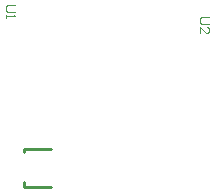
<source format=gm1>
G04*
G04 #@! TF.GenerationSoftware,Altium Limited,Altium Designer,18.1.9 (240)*
G04*
G04 Layer_Color=16711935*
%FSLAX25Y25*%
%MOIN*%
G70*
G01*
G75*
%ADD13C,0.01000*%
%ADD15C,0.00394*%
D13*
X279917Y262500D02*
Y263500D01*
X288917D01*
X279917Y251000D02*
Y252500D01*
Y251000D02*
X288917D01*
D15*
X341649Y307500D02*
X339025D01*
X338500Y306975D01*
Y305926D01*
X339025Y305401D01*
X341649D01*
X338500Y302252D02*
Y304351D01*
X340599Y302252D01*
X341124D01*
X341649Y302777D01*
Y303827D01*
X341124Y304351D01*
X277043Y311500D02*
X274419D01*
X273894Y310975D01*
Y309926D01*
X274419Y309401D01*
X277043D01*
X273894Y308351D02*
Y307302D01*
Y307827D01*
X277043D01*
X276518Y308351D01*
M02*

</source>
